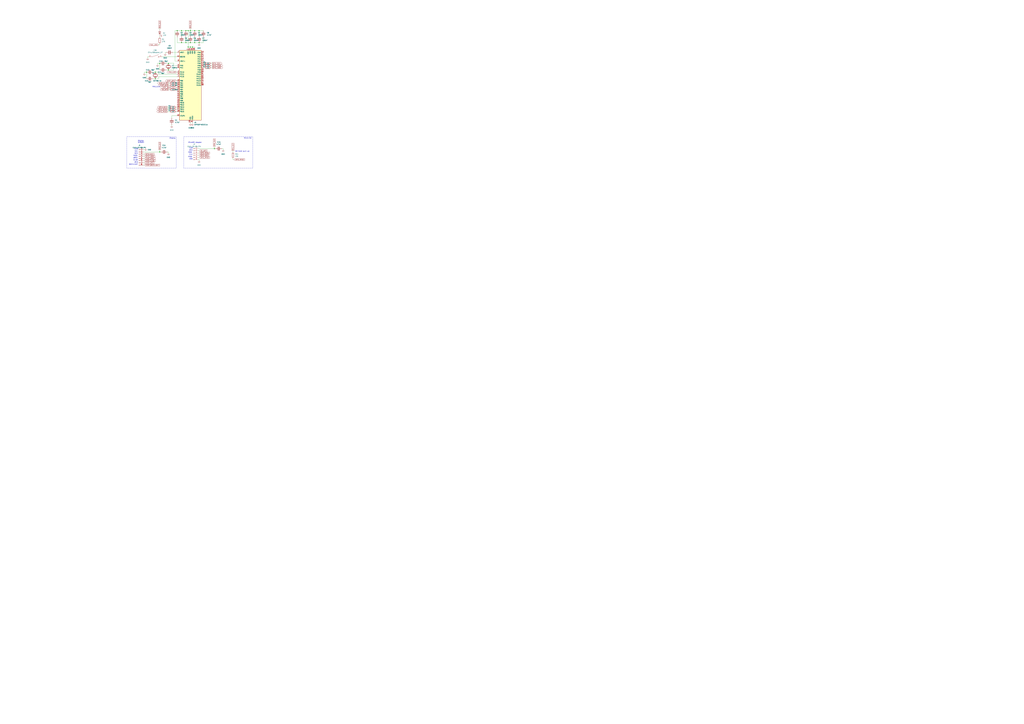
<source format=kicad_sch>
(kicad_sch (version 20230121) (generator eeschema)
  (paper "A0")
  (title_block (title "FerFox Prototype") (rev "1") (comment 1 "By White Fossa") (comment 2 "AGPLv3+"))
  (lib_symbols
    (symbol "Connector:Conn_01x06_Pin" (pin_names (offset 1.016) hide)
      (property "Reference" "J" (at 0 7.62 0))
      (property "Value" "Conn_01x06_Pin" (at 0 -10.16 0))
      (symbol "Conn_01x06_Pin_1_1"
        (polyline (pts (xy 1.27 -7.62) (xy 0.8636 -7.62)) (stroke (width 0.1524)))
        (polyline (pts (xy 1.27 -5.08) (xy 0.8636 -5.08)) (stroke (width 0.1524)))
        (polyline (pts (xy 1.27 -2.54) (xy 0.8636 -2.54)) (stroke (width 0.1524)))
        (polyline (pts (xy 1.27 0) (xy 0.8636 0)) (stroke (width 0.1524)))
        (polyline (pts (xy 1.27 2.54) (xy 0.8636 2.54)) (stroke (width 0.1524)))
        (polyline (pts (xy 1.27 5.08) (xy 0.8636 5.08)) (stroke (width 0.1524)))
        (rectangle (start 0.8636 -7.493) (end 0 -7.747) (stroke (width 0.1524)) (fill (type outline)))
        (rectangle (start 0.8636 -4.953) (end 0 -5.207) (stroke (width 0.1524)) (fill (type outline)))
        (rectangle (start 0.8636 -2.413) (end 0 -2.667) (stroke (width 0.1524)) (fill (type outline)))
        (rectangle (start 0.8636 0.127) (end 0 -0.127) (stroke (width 0.1524)) (fill (type outline)))
        (rectangle (start 0.8636 2.667) (end 0 2.413) (stroke (width 0.1524)) (fill (type outline)))
        (rectangle (start 0.8636 5.207) (end 0 4.953) (stroke (width 0.1524)) (fill (type outline)))
        (pin passive line (at 5.08 5.08 180) (length 3.81) (name "Pin_1") (number "1"))
        (pin passive line (at 5.08 2.54 180) (length 3.81) (name "Pin_2") (number "2"))
        (pin passive line (at 5.08 0 180) (length 3.81) (name "Pin_3") (number "3"))
        (pin passive line (at 5.08 -2.54 180) (length 3.81) (name "Pin_4") (number "4"))
        (pin passive line (at 5.08 -5.08 180) (length 3.81) (name "Pin_5") (number "5"))
        (pin passive line (at 5.08 -7.62 180) (length 3.81) (name "Pin_6") (number "6"))
      )
    )
    (symbol "Connector:Conn_01x08_Pin" (pin_names (offset 1.016) hide)
      (property "Reference" "J" (at 0 10.16 0))
      (property "Value" "Conn_01x08_Pin" (at 0 -12.7 0))
      (symbol "Conn_01x08_Pin_1_1"
        (polyline (pts (xy 1.27 -10.16) (xy 0.8636 -10.16)) (stroke (width 0.1524)))
        (polyline (pts (xy 1.27 -7.62) (xy 0.8636 -7.62)) (stroke (width 0.1524)))
        (polyline (pts (xy 1.27 -5.08) (xy 0.8636 -5.08)) (stroke (width 0.1524)))
        (polyline (pts (xy 1.27 -2.54) (xy 0.8636 -2.54)) (stroke (width 0.1524)))
        (polyline (pts (xy 1.27 0) (xy 0.8636 0)) (stroke (width 0.1524)))
        (polyline (pts (xy 1.27 2.54) (xy 0.8636 2.54)) (stroke (width 0.1524)))
        (polyline (pts (xy 1.27 5.08) (xy 0.8636 5.08)) (stroke (width 0.1524)))
        (polyline (pts (xy 1.27 7.62) (xy 0.8636 7.62)) (stroke (width 0.1524)))
        (rectangle (start 0.8636 -10.033) (end 0 -10.287) (stroke (width 0.1524)) (fill (type outline)))
        (rectangle (start 0.8636 -7.493) (end 0 -7.747) (stroke (width 0.1524)) (fill (type outline)))
        (rectangle (start 0.8636 -4.953) (end 0 -5.207) (stroke (width 0.1524)) (fill (type outline)))
        (rectangle (start 0.8636 -2.413) (end 0 -2.667) (stroke (width 0.1524)) (fill (type outline)))
        (rectangle (start 0.8636 0.127) (end 0 -0.127) (stroke (width 0.1524)) (fill (type outline)))
        (rectangle (start 0.8636 2.667) (end 0 2.413) (stroke (width 0.1524)) (fill (type outline)))
        (rectangle (start 0.8636 5.207) (end 0 4.953) (stroke (width 0.1524)) (fill (type outline)))
        (rectangle (start 0.8636 7.747) (end 0 7.493) (stroke (width 0.1524)) (fill (type outline)))
        (pin passive line (at 5.08 7.62 180) (length 3.81) (name "Pin_1") (number "1"))
        (pin passive line (at 5.08 5.08 180) (length 3.81) (name "Pin_2") (number "2"))
        (pin passive line (at 5.08 2.54 180) (length 3.81) (name "Pin_3") (number "3"))
        (pin passive line (at 5.08 0 180) (length 3.81) (name "Pin_4") (number "4"))
        (pin passive line (at 5.08 -2.54 180) (length 3.81) (name "Pin_5") (number "5"))
        (pin passive line (at 5.08 -5.08 180) (length 3.81) (name "Pin_6") (number "6"))
        (pin passive line (at 5.08 -7.62 180) (length 3.81) (name "Pin_7") (number "7"))
        (pin passive line (at 5.08 -10.16 180) (length 3.81) (name "Pin_8") (number "8"))
      )
    )
    (symbol "Device:C" (pin_numbers hide) (pin_names (offset 0.254))
      (property "Reference" "C" (at 0.635 2.54 0))
      (property "Value" "C" (at 0.635 -2.54 0))
      (symbol "C_0_1"
        (polyline (pts (xy -2.032 -0.762) (xy 2.032 -0.762)) (stroke (width 0.508)))
        (polyline (pts (xy -2.032 0.762) (xy 2.032 0.762)) (stroke (width 0.508)))
      )
      (symbol "C_1_1"
        (pin passive line (at 0 3.81 270) (length 2.794) (name "~") (number "1"))
        (pin passive line (at 0 -3.81 90) (length 2.794) (name "~") (number "2"))
      )
    )
    (symbol "Device:CircuitBreaker_1P"
      (property "Reference" "CB" (at 1.905 0 0))
      (property "Value" "CircuitBreaker_1P" (at 1.905 1.905 0))
      (symbol "CircuitBreaker_1P_0_1"
        (polyline (pts (xy 0 -5.08) (xy 0 -3.81)))
        (polyline (pts (xy 0 -3.81) (xy -2.54 3.81)))
      )
      (symbol "CircuitBreaker_1P_1_1"
        (polyline (pts (xy -0.635 4.445) (xy 0.635 3.175)))
        (polyline (pts (xy 0 5.08) (xy 0 3.81)))
        (polyline (pts (xy 0.635 4.445) (xy -0.635 3.175)))
        (pin passive line (at 0 7.62 270) (length 2.54) (name "~") (number "1"))
        (pin passive line (at 0 -7.62 90) (length 2.54) (name "~") (number "2"))
      )
    )
    (symbol "Device:Crystal" (pin_numbers hide) (pin_names (offset 1.016) hide)
      (property "Reference" "Y" (at 0 3.81 0))
      (property "Value" "Crystal" (at 0 -3.81 0))
      (symbol "Crystal_0_1"
        (rectangle (start -1.143 2.54) (end 1.143 -2.54) (stroke (width 0.3048)))
        (polyline (pts (xy -2.54 0) (xy -1.905 0)))
        (polyline (pts (xy -1.905 -1.27) (xy -1.905 1.27)) (stroke (width 0.508)))
        (polyline (pts (xy 1.905 -1.27) (xy 1.905 1.27)) (stroke (width 0.508)))
        (polyline (pts (xy 2.54 0) (xy 1.905 0)))
      )
      (symbol "Crystal_1_1"
        (pin passive line (at -3.81 0 0) (length 1.27) (name "1") (number "1"))
        (pin passive line (at 3.81 0 180) (length 1.27) (name "2") (number "2"))
      )
    )
    (symbol "Device:LED" (pin_numbers hide) (pin_names (offset 1.016) hide)
      (property "Reference" "D" (at 0 2.54 0))
      (property "Value" "LED" (at 0 -2.54 0))
      (symbol "LED_0_1"
        (polyline (pts (xy -1.27 -1.27) (xy -1.27 1.27)) (stroke (width 0.254)))
        (polyline (pts (xy -1.27 0) (xy 1.27 0)))
        (polyline (pts (xy 1.27 -1.27) (xy 1.27 1.27) (xy -1.27 0) (xy 1.27 -1.27)) (stroke (width 0.254)))
        (polyline (pts (xy -3.048 -0.762) (xy -4.572 -2.286) (xy -3.81 -2.286) (xy -4.572 -2.286) (xy -4.572 -1.524)))
        (polyline (pts (xy -1.778 -0.762) (xy -3.302 -2.286) (xy -2.54 -2.286) (xy -3.302 -2.286) (xy -3.302 -1.524)))
      )
      (symbol "LED_1_1"
        (pin passive line (at -3.81 0 0) (length 2.54) (name "K") (number "1"))
        (pin passive line (at 3.81 0 180) (length 2.54) (name "A") (number "2"))
      )
    )
    (symbol "Device:R" (pin_numbers hide) (pin_names (offset 0))
      (property "Reference" "R" (at 2.032 0 90))
      (property "Value" "R" (at 0 0 90))
      (symbol "R_0_1"
        (rectangle (start -1.016 -2.54) (end 1.016 2.54) (stroke (width 0.254)))
      )
      (symbol "R_1_1"
        (pin passive line (at 0 3.81 270) (length 1.27) (name "~") (number "1"))
        (pin passive line (at 0 -3.81 90) (length 1.27) (name "~") (number "2"))
      )
    )
    (symbol "MCU_ST_STM32F4:STM32F401CCUx"
      (property "Reference" "U" (at -12.7 41.91 0))
      (property "Value" "STM32F401CCUx" (at 7.62 41.91 0))
      (symbol "STM32F401CCUx_0_1"
        (rectangle (start -12.7 -40.64) (end 12.7 40.64) (stroke (width 0.254)) (fill (type background)))
      )
      (symbol "STM32F401CCUx_1_1"
        (pin power_in line (at -2.54 43.18 270) (length 2.54) (name "VBAT") (number "1"))
        (pin bidirectional line (at 15.24 38.1 180) (length 2.54) (name "PA0") (number "10"))
        (pin bidirectional line (at 15.24 35.56 180) (length 2.54) (name "PA1") (number "11"))
        (pin bidirectional line (at 15.24 33.02 180) (length 2.54) (name "PA2") (number "12"))
        (pin bidirectional line (at 15.24 30.48 180) (length 2.54) (name "PA3") (number "13"))
        (pin bidirectional line (at 15.24 27.94 180) (length 2.54) (name "PA4") (number "14"))
        (pin bidirectional line (at 15.24 25.4 180) (length 2.54) (name "PA5") (number "15"))
        (pin bidirectional line (at 15.24 22.86 180) (length 2.54) (name "PA6") (number "16"))
        (pin bidirectional line (at 15.24 20.32 180) (length 2.54) (name "PA7") (number "17"))
        (pin bidirectional line (at -15.24 5.08 0) (length 2.54) (name "PB0") (number "18"))
        (pin bidirectional line (at -15.24 2.54 0) (length 2.54) (name "PB1") (number "19"))
        (pin bidirectional line (at -15.24 15.24 0) (length 2.54) (name "PC13") (number "2"))
        (pin bidirectional line (at -15.24 0 0) (length 2.54) (name "PB2") (number "20"))
        (pin bidirectional line (at -15.24 -20.32 0) (length 2.54) (name "PB10") (number "21"))
        (pin power_out line (at -15.24 -35.56 0) (length 2.54) (name "VCAP1") (number "22"))
        (pin power_in line (at 0 -43.18 90) (length 2.54) (name "VSS") (number "23"))
        (pin power_in line (at 0 43.18 270) (length 2.54) (name "VDD") (number "24"))
        (pin bidirectional line (at -15.24 -22.86 0) (length 2.54) (name "PB12") (number "25"))
        (pin bidirectional line (at -15.24 -25.4 0) (length 2.54) (name "PB13") (number "26"))
        (pin bidirectional line (at -15.24 -27.94 0) (length 2.54) (name "PB14") (number "27"))
        (pin bidirectional line (at -15.24 -30.48 0) (length 2.54) (name "PB15") (number "28"))
        (pin bidirectional line (at 15.24 17.78 180) (length 2.54) (name "PA8") (number "29"))
        (pin bidirectional line (at -15.24 12.7 0) (length 2.54) (name "PC14") (number "3"))
        (pin bidirectional line (at 15.24 15.24 180) (length 2.54) (name "PA9") (number "30"))
        (pin bidirectional line (at 15.24 12.7 180) (length 2.54) (name "PA10") (number "31"))
        (pin bidirectional line (at 15.24 10.16 180) (length 2.54) (name "PA11") (number "32"))
        (pin bidirectional line (at 15.24 7.62 180) (length 2.54) (name "PA12") (number "33"))
        (pin bidirectional line (at 15.24 5.08 180) (length 2.54) (name "PA13") (number "34"))
        (pin passive line (at 0 -43.18 90) (length 2.54) hide (name "VSS") (number "35"))
        (pin power_in line (at 2.54 43.18 270) (length 2.54) (name "VDD") (number "36"))
        (pin bidirectional line (at 15.24 2.54 180) (length 2.54) (name "PA14") (number "37"))
        (pin bidirectional line (at 15.24 0 180) (length 2.54) (name "PA15") (number "38"))
        (pin bidirectional line (at -15.24 -2.54 0) (length 2.54) (name "PB3") (number "39"))
        (pin bidirectional line (at -15.24 10.16 0) (length 2.54) (name "PC15") (number "4"))
        (pin bidirectional line (at -15.24 -5.08 0) (length 2.54) (name "PB4") (number "40"))
        (pin bidirectional line (at -15.24 -7.62 0) (length 2.54) (name "PB5") (number "41"))
        (pin bidirectional line (at -15.24 -10.16 0) (length 2.54) (name "PB6") (number "42"))
        (pin bidirectional line (at -15.24 -12.7 0) (length 2.54) (name "PB7") (number "43"))
        (pin input line (at -15.24 33.02 0) (length 2.54) (name "BOOT0") (number "44"))
        (pin bidirectional line (at -15.24 -15.24 0) (length 2.54) (name "PB8") (number "45"))
        (pin bidirectional line (at -15.24 -17.78 0) (length 2.54) (name "PB9") (number "46"))
        (pin passive line (at 0 -43.18 90) (length 2.54) hide (name "VSS") (number "47"))
        (pin power_in line (at 5.08 43.18 270) (length 2.54) (name "VDD") (number "48"))
        (pin passive line (at 0 -43.18 90) (length 2.54) hide (name "VSS") (number "49"))
        (pin bidirectional line (at -15.24 22.86 0) (length 2.54) (name "PH0") (number "5"))
        (pin bidirectional line (at -15.24 20.32 0) (length 2.54) (name "PH1") (number "6"))
        (pin input line (at -15.24 38.1 0) (length 2.54) (name "NRST") (number "7"))
        (pin power_in line (at 2.54 -43.18 90) (length 2.54) (name "VSSA") (number "8"))
        (pin input line (at -15.24 27.94 0) (length 2.54) (name "VREF+") (number "9"))
      )
    )
    (symbol "power:GND" (power) (pin_names (offset 0))
      (property "Value" "GND" (at 0 -3.81 0))
      (symbol "GND_0_1"
        (polyline (pts (xy 0 0) (xy 0 -1.27) (xy 1.27 -1.27) (xy 0 -2.54) (xy -1.27 -1.27) (xy 0 -1.27)))
      )
      (symbol "GND_1_1"
        (pin power_in line (at 0 0 270) (length 0) hide (name "GND") (number "1"))
      )
    )
  )
  (junction (at 223.52 54.61))
  (junction (at 220.98 49.53))
  (junction (at 180.34 91.44))
  (junction (at 226.06 49.53))
  (junction (at 231.14 49.53))
  (junction (at 195.58 73.66))
  (junction (at 215.9 49.53))
  (junction (at 170.18 83.82))
  (junction (at 226.06 35.56))
  (junction (at 185.42 73.66))
  (junction (at 220.98 35.56))
  (junction (at 195.58 81.28))
  (junction (at 185.42 176.53))
  (junction (at 218.44 35.56))
  (junction (at 180.34 83.82))
  (junction (at 231.14 35.56))
  (junction (at 220.98 54.61))
  (junction (at 215.9 35.56))
  (junction (at 210.82 35.56))
  (junction (at 248.92 172.72))
  (junction (at 218.44 54.61))
  (junction (at 205.74 35.56))
  (junction (at 210.82 49.53))
  (wire (pts (xy 177.8 91.44) (xy 180.34 91.44)))
  (wire (pts (xy 204.47 127) (xy 205.74 127)))
  (wire (pts (xy 229.87 172.72) (xy 248.92 172.72)))
  (wire (pts (xy 191.77 62.23) (xy 191.77 60.96)))
  (wire (pts (xy 231.14 35.56) (xy 231.14 41.91)))
  (wire (pts (xy 248.92 172.72) (xy 250.19 172.72)))
  (wire (pts (xy 177.8 83.82) (xy 180.34 83.82)))
  (wire (pts (xy 215.9 43.18) (xy 215.9 49.53)))
  (wire (pts (xy 220.98 142.24) (xy 220.98 143.51)))
  (wire (pts (xy 203.2 35.56) (xy 203.2 71.12)))
  (wire (pts (xy 184.15 83.82) (xy 180.34 83.82)))
  (wire (pts (xy 229.87 180.34) (xy 231.14 180.34)))
  (wire (pts (xy 218.44 35.56) (xy 218.44 54.61)))
  (wire (pts (xy 184.15 52.07) (xy 185.42 52.07)))
  (wire (pts (xy 259.08 173.99) (xy 259.08 172.72)))
  (wire (pts (xy 187.96 66.04) (xy 205.74 66.04)))
  (wire (pts (xy 199.39 144.78) (xy 199.39 146.05)))
  (wire (pts (xy 166.37 184.15) (xy 167.64 184.15)))
  (wire (pts (xy 185.42 41.91) (xy 185.42 43.18)))
  (wire (pts (xy 210.82 49.53) (xy 215.9 49.53)))
  (wire (pts (xy 195.58 176.53) (xy 195.58 177.8)))
  (wire (pts (xy 218.44 35.56) (xy 220.98 35.56)))
  (wire (pts (xy 185.42 52.07) (xy 185.42 50.8)))
  (wire (pts (xy 167.64 83.82) (xy 170.18 83.82)))
  (wire (pts (xy 199.39 134.62) (xy 205.74 134.62)))
  (wire (pts (xy 195.58 96.52) (xy 196.85 96.52)))
  (wire (pts (xy 210.82 35.56) (xy 215.9 35.56)))
  (wire (pts (xy 205.74 35.56) (xy 210.82 35.56)))
  (wire (pts (xy 185.42 176.53) (xy 185.42 173.99)))
  (wire (pts (xy 205.74 76.2) (xy 201.93 76.2)))
  (wire (pts (xy 182.88 74.93) (xy 182.88 73.66)))
  (wire (pts (xy 220.98 49.53) (xy 226.06 49.53)))
  (wire (pts (xy 231.14 49.53) (xy 231.14 50.8)))
  (wire (pts (xy 205.74 71.12) (xy 203.2 71.12)))
  (wire (pts (xy 223.52 142.24) (xy 223.52 143.51)))
  (wire (pts (xy 226.06 35.56) (xy 231.14 35.56)))
  (wire (pts (xy 205.74 86.36) (xy 184.15 86.36)))
  (wire (pts (xy 193.04 81.28) (xy 195.58 81.28)))
  (wire (pts (xy 171.45 67.31) (xy 171.45 66.04)))
  (wire (pts (xy 229.87 182.88) (xy 231.14 182.88)))
  (wire (pts (xy 236.22 49.53) (xy 236.22 43.18)))
  (wire (pts (xy 245.11 73.66) (xy 246.38 73.66)))
  (wire (pts (xy 204.47 96.52) (xy 205.74 96.52)))
  (wire (pts (xy 220.98 35.56) (xy 220.98 41.91)))
  (wire (pts (xy 171.45 66.04) (xy 172.72 66.04)))
  (wire (pts (xy 170.18 83.82) (xy 170.18 91.44)))
  (wire (pts (xy 226.06 49.53) (xy 231.14 49.53)))
  (wire (pts (xy 166.37 181.61) (xy 167.64 181.61)))
  (wire (pts (xy 194.31 127) (xy 196.85 127)))
  (wire (pts (xy 204.47 83.82) (xy 205.74 83.82)))
  (wire (pts (xy 215.9 49.53) (xy 220.98 49.53)))
  (wire (pts (xy 226.06 54.61) (xy 226.06 55.88)))
  (wire (pts (xy 200.66 60.96) (xy 205.74 60.96)))
  (wire (pts (xy 229.87 175.26) (xy 231.14 175.26)))
  (wire (pts (xy 245.11 76.2) (xy 246.38 76.2)))
  (wire (pts (xy 185.42 33.02) (xy 185.42 34.29)))
  (wire (pts (xy 184.15 88.9) (xy 184.15 91.44)))
  (wire (pts (xy 220.98 35.56) (xy 226.06 35.56)))
  (wire (pts (xy 223.52 54.61) (xy 223.52 55.88)))
  (wire (pts (xy 236.22 76.2) (xy 237.49 76.2)))
  (wire (pts (xy 204.47 124.46) (xy 205.74 124.46)))
  (wire (pts (xy 205.74 88.9) (xy 184.15 88.9)))
  (wire (pts (xy 166.37 176.53) (xy 185.42 176.53)))
  (wire (pts (xy 166.37 189.23) (xy 167.64 189.23)))
  (wire (pts (xy 194.31 129.54) (xy 196.85 129.54)))
  (wire (pts (xy 220.98 33.02) (xy 220.98 35.56)))
  (wire (pts (xy 193.04 73.66) (xy 195.58 73.66)))
  (wire (pts (xy 231.14 35.56) (xy 236.22 35.56)))
  (wire (pts (xy 245.11 78.74) (xy 246.38 78.74)))
  (wire (pts (xy 203.2 35.56) (xy 205.74 35.56)))
  (wire (pts (xy 218.44 54.61) (xy 218.44 55.88)))
  (wire (pts (xy 195.58 99.06) (xy 196.85 99.06)))
  (wire (pts (xy 201.93 73.66) (xy 195.58 73.66)))
  (wire (pts (xy 204.47 104.14) (xy 205.74 104.14)))
  (wire (pts (xy 218.44 54.61) (xy 220.98 54.61)))
  (wire (pts (xy 259.08 172.72) (xy 257.81 172.72)))
  (wire (pts (xy 231.14 49.53) (xy 236.22 49.53)))
  (wire (pts (xy 166.37 186.69) (xy 167.64 186.69)))
  (wire (pts (xy 205.74 49.53) (xy 210.82 49.53)))
  (wire (pts (xy 166.37 191.77) (xy 167.64 191.77)))
  (wire (pts (xy 205.74 43.18) (xy 205.74 49.53)))
  (wire (pts (xy 220.98 54.61) (xy 220.98 55.88)))
  (wire (pts (xy 204.47 93.98) (xy 205.74 93.98)))
  (wire (pts (xy 201.93 81.28) (xy 195.58 81.28)))
  (wire (pts (xy 167.64 85.09) (xy 167.64 83.82)))
  (wire (pts (xy 270.51 185.42) (xy 271.78 185.42)))
  (wire (pts (xy 231.14 186.69) (xy 231.14 185.42)))
  (wire (pts (xy 201.93 78.74) (xy 201.93 81.28)))
  (wire (pts (xy 184.15 91.44) (xy 180.34 91.44)))
  (wire (pts (xy 223.52 54.61) (xy 226.06 54.61)))
  (wire (pts (xy 191.77 60.96) (xy 193.04 60.96)))
  (wire (pts (xy 166.37 179.07) (xy 167.64 179.07)))
  (wire (pts (xy 270.51 175.26) (xy 270.51 176.53)))
  (wire (pts (xy 236.22 78.74) (xy 237.49 78.74)))
  (wire (pts (xy 236.22 73.66) (xy 237.49 73.66)))
  (wire (pts (xy 195.58 104.14) (xy 196.85 104.14)))
  (wire (pts (xy 205.74 78.74) (xy 201.93 78.74)))
  (wire (pts (xy 199.39 137.16) (xy 199.39 134.62)))
  (wire (pts (xy 231.14 185.42) (xy 229.87 185.42)))
  (wire (pts (xy 201.93 76.2) (xy 201.93 73.66)))
  (wire (pts (xy 184.15 86.36) (xy 184.15 83.82)))
  (wire (pts (xy 182.88 73.66) (xy 185.42 73.66)))
  (wire (pts (xy 166.37 173.99) (xy 167.64 173.99)))
  (wire (pts (xy 185.42 73.66) (xy 185.42 81.28)))
  (wire (pts (xy 195.58 176.53) (xy 194.31 176.53)))
  (wire (pts (xy 215.9 35.56) (xy 218.44 35.56)))
  (wire (pts (xy 204.47 99.06) (xy 205.74 99.06)))
  (wire (pts (xy 210.82 35.56) (xy 210.82 41.91)))
  (wire (pts (xy 185.42 176.53) (xy 186.69 176.53)))
  (wire (pts (xy 204.47 101.6) (xy 205.74 101.6)))
  (wire (pts (xy 220.98 54.61) (xy 223.52 54.61)))
  (wire (pts (xy 248.92 172.72) (xy 248.92 170.18)))
  (wire (pts (xy 226.06 43.18) (xy 226.06 49.53)))
  (wire (pts (xy 229.87 177.8) (xy 231.14 177.8)))
  (wire (pts (xy 204.47 129.54) (xy 205.74 129.54)))
  (wire (pts (xy 270.51 184.15) (xy 270.51 185.42)))
  (wire (pts (xy 194.31 124.46) (xy 196.85 124.46)))
  (rectangle (start 147.32 158.75) (end 204.47 195.58) (stroke (width 0) (type dash)))
  (rectangle (start 213.36 158.75) (end 293.37 195.58) (stroke (width 0) (type dash)))
  (text "SCK" (at 156.21 179.07 0) (effects (font (size 1.27 1.27)) (justify left bottom)))
  (text "#CS" (at 156.21 189.23 0) (effects (font (size 1.27 1.27)) (justify left bottom)))
  (text "TIM2_CH2" (at 176.53 101.6 0) (effects (font (size 1.27 1.27)) (justify left bottom)))
  (text "#CS" (at 219.71 175.26 0) (effects (font (size 1.27 1.27)) (justify left bottom)))
  (text "CLK" (at 219.71 180.34 0) (effects (font (size 1.27 1.27)) (justify left bottom)))
  (text "Micro SD" (at 283.21 161.29 0) (effects (font (size 1.27 1.27)) (justify left bottom)))
  (text "3.3V" (at 219.71 172.72 0) (effects (font (size 1.27 1.27)) (justify left bottom)))
  (text "MOSI" (at 218.44 177.8 0) (effects (font (size 1.27 1.27)) (justify left bottom)))
  (text "MicroSD Adapter" (at 218.44 166.37 0) (effects (font (size 1.27 1.27)) (justify left bottom)))
  (text "MISO" (at 218.44 182.88 0) (effects (font (size 1.27 1.27)) (justify left bottom)))
  (text "Display" (at 196.85 161.29 0) (effects (font (size 1.27 1.27)) (justify left bottom)))
  (text "BACKLIGHT" (at 149.86 191.77 0) (effects (font (size 1.27 1.27)) (justify left bottom)))
  (text "GND" (at 156.21 173.99 0) (effects (font (size 1.27 1.27)) (justify left bottom)))
  (text "Display\nGC9A01" (at 160.02 166.37 0) (effects (font (size 1.27 1.27)) (justify left bottom)))
  (text "D/#C" (at 154.94 186.69 0) (effects (font (size 1.27 1.27)) (justify left bottom)))
  (text "VCC" (at 156.21 176.53 0) (effects (font (size 1.27 1.27)) (justify left bottom)))
  (text "SD Card pull-up" (at 273.05 176.53 0) (effects (font (size 1.27 1.27)) (justify left bottom)))
  (text "#RST" (at 154.94 184.15 0) (effects (font (size 1.27 1.27)) (justify left bottom)))
  (text "GND" (at 219.71 185.42 0) (effects (font (size 1.27 1.27)) (justify left bottom)))
  (text "MOSI" (at 154.94 181.61 0) (effects (font (size 1.27 1.27)) (justify left bottom)))
  (global_label "FAIL_LED" (shape output) (at 204.47 83.82 180) (property "Intersheetrefs" "${INTERSHEET_REFS}" (effects hide)))
  (global_label "DISP_#CS" (shape output) (at 195.58 99.06 180) (property "Intersheetrefs" "${INTERSHEET_REFS}" (effects hide)))
  (global_label "REG_3.3" (shape passive) (at 185.42 33.02 90) (property "Intersheetrefs" "${INTERSHEET_REFS}" (effects hide)))
  (global_label "SPI2_MOSI" (shape input) (at 167.64 181.61 0) (property "Intersheetrefs" "${INTERSHEET_REFS}" (effects hide)))
  (global_label "SPI2_MISO" (shape input) (at 231.14 182.88 0) (property "Intersheetrefs" "${INTERSHEET_REFS}" (effects hide)))
  (global_label "DISP_D{slash}#C" (shape input) (at 167.64 186.69 0) (property "Intersheetrefs" "${INTERSHEET_REFS}" (effects hide)))
  (global_label "REG_3.3" (shape passive) (at 248.92 170.18 90) (property "Intersheetrefs" "${INTERSHEET_REFS}" (effects hide)))
  (global_label "DISP_BACKLIGHT" (shape input) (at 167.64 191.77 0) (property "Intersheetrefs" "${INTERSHEET_REFS}" (effects hide)))
  (global_label "SPI2_SCK" (shape input) (at 231.14 180.34 0) (property "Intersheetrefs" "${INTERSHEET_REFS}" (effects hide)))
  (global_label "SPI2_MISO" (shape output) (at 194.31 127 180) (property "Intersheetrefs" "${INTERSHEET_REFS}" (effects hide)))
  (global_label "SPI2_MOSI" (shape output) (at 194.31 129.54 180) (property "Intersheetrefs" "${INTERSHEET_REFS}" (effects hide)))
  (global_label "REG_3.3" (shape passive) (at 185.42 173.99 90) (property "Intersheetrefs" "${INTERSHEET_REFS}" (effects hide)))
  (global_label "SD_#CS" (shape output) (at 195.58 104.14 180) (property "Intersheetrefs" "${INTERSHEET_REFS}" (effects hide)))
  (global_label "REG_3.3" (shape passive) (at 270.51 175.26 90) (property "Intersheetrefs" "${INTERSHEET_REFS}" (effects hide)))
  (global_label "FAIL_LED" (shape input) (at 184.15 52.07 180) (property "Intersheetrefs" "${INTERSHEET_REFS}" (effects hide)))
  (global_label "SD_#CS" (shape input) (at 231.14 175.26 0) (property "Intersheetrefs" "${INTERSHEET_REFS}" (effects hide)))
  (global_label "DISP_#RST" (shape input) (at 167.64 184.15 0) (property "Intersheetrefs" "${INTERSHEET_REFS}" (effects hide)))
  (global_label "DISP_D{slash}#C" (shape output) (at 195.58 96.52 180) (property "Intersheetrefs" "${INTERSHEET_REFS}" (effects hide)))
  (global_label "DISP_#CS" (shape input) (at 167.64 189.23 0) (property "Intersheetrefs" "${INTERSHEET_REFS}" (effects hide)))
  (global_label "SPI2_SCK" (shape output) (at 194.31 124.46 180) (property "Intersheetrefs" "${INTERSHEET_REFS}" (effects hide)))
  (global_label "SPI2_MOSI" (shape input) (at 231.14 177.8 0) (property "Intersheetrefs" "${INTERSHEET_REFS}" (effects hide)))
  (global_label "SPI2_SCK" (shape input) (at 167.64 179.07 0) (property "Intersheetrefs" "${INTERSHEET_REFS}" (effects hide)))
  (global_label "DISP_#RST" (shape output) (at 204.47 93.98 180) (property "Intersheetrefs" "${INTERSHEET_REFS}" (effects hide)))
  (global_label "DISP_BACKLIGHT" (shape output) (at 204.47 101.6 180) (property "Intersheetrefs" "${INTERSHEET_REFS}" (effects hide)))
  (global_label "SPI2_MISO" (shape input) (at 271.78 185.42 0) (property "Intersheetrefs" "${INTERSHEET_REFS}" (effects hide)))
  (global_label "REG_3.3" (shape passive) (at 220.98 33.02 90) (property "Intersheetrefs" "${INTERSHEET_REFS}" (effects hide)))
  (global_label "SPI1_MISO" (shape output) (at 246.38 76.2 0) (property "Intersheetrefs" "${INTERSHEET_REFS}" (effects hide)))
  (global_label "SPI1_MOSI" (shape output) (at 246.38 78.74 0) (property "Intersheetrefs" "${INTERSHEET_REFS}" (effects hide)))
  (global_label "SPI1_SCK" (shape output) (at 246.38 73.66 0) (property "Intersheetrefs" "${INTERSHEET_REFS}" (effects hide)))
  (symbol (lib_id "Device:R") (at 200.66 99.06 90) (unit 1)
    (property "Reference" "R9" (at 204.47 99.06 90))
    (property "Value" "10" (at 200.66 99.06 90))
  )
  (symbol (lib_id "Device:C") (at 220.98 45.72 0) (unit 1)
    (property "Reference" "C6" (at 224.79 44.45 0) (effects (justify left)))
    (property "Value" "100nF" (at 224.79 46.99 0) (effects (justify left)))
  )
  (symbol (lib_id "Device:CircuitBreaker_1P") (at 180.34 66.04 270) (unit 1)
    (property "Reference" "CB1" (at 180.34 58.42 90))
    (property "Value" "CircuitBreaker_1P" (at 180.34 60.96 90))
  )
  (symbol (lib_id "power:GND") (at 191.77 62.23 0) (unit 1)
    (property "Reference" "#PWR05" (effects hide))
    (property "Value" "GND" (at 191.77 67.31 0))
  )
  (symbol (lib_id "Device:C") (at 173.99 91.44 90) (unit 1)
    (property "Reference" "C13" (at 170.18 93.98 90))
    (property "Value" "8pF" (at 173.99 95.25 90))
  )
  (symbol (lib_id "power:GND") (at 259.08 173.99 0) (unit 1)
    (property "Reference" "#PWR012" (effects hide))
    (property "Value" "GND" (at 259.08 179.07 0))
  )
  (symbol (lib_id "Device:R") (at 185.42 46.99 180) (unit 1)
    (property "Reference" "R1" (at 187.96 45.72 0) (effects (justify right)))
    (property "Value" "270" (at 187.96 48.26 0) (effects (justify right)))
  )
  (symbol (lib_id "Connector:Conn_01x08_Pin") (at 161.29 181.61 0) (unit 1)
    (property "Reference" "J1" (at 161.925 168.91 0))
    (property "Value" "Conn_01x08_Pin" (at 161.925 171.45 0))
  )
  (symbol (lib_id "Device:C") (at 226.06 39.37 0) (unit 1)
    (property "Reference" "C4" (at 229.87 38.1 0) (effects (justify left)))
    (property "Value" "100nF" (at 229.87 40.64 0) (effects (justify left)))
  )
  (symbol (lib_id "Device:LED") (at 185.42 38.1 90) (unit 1)
    (property "Reference" "D1" (at 189.23 38.4175 90) (effects (justify right)))
    (property "Value" "LED" (at 189.23 40.9575 90) (effects (justify right)))
  )
  (symbol (lib_id "Device:R") (at 200.66 104.14 90) (unit 1)
    (property "Reference" "R10" (at 204.47 104.14 90))
    (property "Value" "10" (at 200.66 104.14 90))
  )
  (symbol (lib_id "Device:R") (at 200.66 129.54 90) (unit 1)
    (property "Reference" "R4" (at 196.85 128.27 90))
    (property "Value" "10" (at 200.66 129.54 90))
  )
  (symbol (lib_id "Connector:Conn_01x06_Pin") (at 224.79 177.8 0) (unit 1)
    (property "Reference" "J2" (at 225.425 167.64 0))
    (property "Value" "Conn_01x06_Pin" (at 225.425 170.18 0))
  )
  (symbol (lib_id "power:GND") (at 195.58 177.8 0) (unit 1)
    (property "Reference" "#PWR010" (effects hide))
    (property "Value" "GND" (at 195.58 182.88 0))
  )
  (symbol (lib_id "Device:C") (at 189.23 81.28 90) (unit 1)
    (property "Reference" "C11" (at 185.42 83.82 90))
    (property "Value" "8pF" (at 189.23 85.09 90))
  )
  (symbol (lib_id "Device:R") (at 241.3 78.74 90) (unit 1)
    (property "Reference" "R7" (at 237.49 77.47 90))
    (property "Value" "10" (at 241.3 78.74 90))
  )
  (symbol (lib_id "Device:C") (at 189.23 73.66 90) (unit 1)
    (property "Reference" "C10" (at 186.69 71.12 90))
    (property "Value" "8pF" (at 193.04 71.12 90))
  )
  (symbol (lib_id "MCU_ST_STM32F4:STM32F401CCUx") (at 220.98 99.06 0) (unit 1)
    (property "Reference" "U1" (at 225.4759 142.24 0) (effects (justify left)))
    (property "Value" "STM32F401CCUx" (at 225.4759 144.78 0) (effects (justify left)))
    (property "Footprint" "Package_DFN_QFN:QFN-48-1EP_7x7mm_P0.5mm_EP5.6x5.6mm" (effects hide))
    (property "Datasheet" "https://www.st.com/resource/en/datasheet/stm32f401cc.pdf" (effects hide))
  )
  (symbol (lib_id "Device:C") (at 210.82 45.72 0) (unit 1)
    (property "Reference" "C5" (at 214.63 44.45 0) (effects (justify left)))
    (property "Value" "100nF" (at 214.63 46.99 0) (effects (justify left)))
  )
  (symbol (lib_id "power:GND") (at 231.14 50.8 0) (unit 1)
    (property "Reference" "#PWR04" (effects hide))
    (property "Value" "GND" (at 231.14 55.88 0))
  )
  (symbol (lib_id "Device:C") (at 173.99 83.82 90) (unit 1)
    (property "Reference" "C12" (at 171.45 81.28 90))
    (property "Value" "8pF" (at 177.8 81.28 90))
  )
  (symbol (lib_id "Device:R") (at 241.3 73.66 90) (unit 1)
    (property "Reference" "R5" (at 237.49 72.39 90))
    (property "Value" "10" (at 241.3 73.66 90))
  )
  (symbol (lib_id "power:GND") (at 231.14 186.69 0) (unit 1)
    (property "Reference" "#PWR011" (effects hide))
    (property "Value" "GND" (at 231.14 191.77 0))
  )
  (symbol (lib_id "Device:C") (at 190.5 176.53 90) (unit 1)
    (property "Reference" "C14" (at 190.5 168.91 90))
    (property "Value" "4.7uF" (at 190.5 171.45 90))
  )
  (symbol (lib_id "Device:C") (at 254 172.72 90) (unit 1)
    (property "Reference" "C15" (at 254 165.1 90))
    (property "Value" "4.7uF" (at 254 167.64 90))
  )
  (symbol (lib_id "Device:R") (at 200.66 124.46 90) (unit 1)
    (property "Reference" "R2" (at 196.85 123.19 90))
    (property "Value" "10" (at 200.66 124.46 90))
  )
  (symbol (lib_id "Device:C") (at 215.9 39.37 0) (unit 1)
    (property "Reference" "C3" (at 219.71 38.1 0) (effects (justify left)))
    (property "Value" "100nF" (at 219.71 40.64 0) (effects (justify left)))
  )
  (symbol (lib_id "power:GND") (at 171.45 67.31 0) (unit 1)
    (property "Reference" "#PWR06" (effects hide))
    (property "Value" "GND" (at 171.45 72.39 0))
  )
  (symbol (lib_id "power:GND") (at 182.88 74.93 0) (unit 1)
    (property "Reference" "#PWR07" (effects hide))
    (property "Value" "GND" (at 182.88 80.01 0))
  )
  (symbol (lib_id "power:GND") (at 167.64 173.99 90) (unit 1)
    (property "Reference" "#PWR09" (effects hide))
    (property "Value" "GND" (at 171.45 173.99 90) (effects (justify right)))
  )
  (symbol (lib_id "power:GND") (at 199.39 146.05 0) (unit 1)
    (property "Reference" "#PWR01" (effects hide))
    (property "Value" "GND" (at 199.39 151.13 0))
  )
  (symbol (lib_id "Device:R") (at 200.66 127 90) (unit 1)
    (property "Reference" "R3" (at 196.85 125.73 90))
    (property "Value" "10" (at 200.66 127 90))
  )
  (symbol (lib_id "power:GND") (at 223.52 143.51 0) (unit 1)
    (property "Reference" "#PWR03" (effects hide))
    (property "Value" "GND" (at 223.52 148.59 0))
  )
  (symbol (lib_id "Device:R") (at 270.51 180.34 0) (unit 1)
    (property "Reference" "R11" (at 273.05 179.07 0) (effects (justify left)))
    (property "Value" "10k" (at 273.05 181.61 0) (effects (justify left)))
  )
  (symbol (lib_id "Device:R") (at 241.3 76.2 90) (unit 1)
    (property "Reference" "R6" (at 237.49 74.93 90))
    (property "Value" "10" (at 241.3 76.2 90))
  )
  (symbol (lib_id "power:GND") (at 167.64 85.09 0) (unit 1)
    (property "Reference" "#PWR08" (effects hide))
    (property "Value" "GND" (at 167.64 90.17 0))
  )
  (symbol (lib_id "Device:C") (at 205.74 39.37 0) (unit 1)
    (property "Reference" "C2" (at 209.55 38.1 0) (effects (justify left)))
    (property "Value" "100nF" (at 209.55 40.64 0) (effects (justify left)))
  )
  (symbol (lib_id "Device:R") (at 200.66 96.52 90) (unit 1)
    (property "Reference" "R8" (at 204.47 96.52 90))
    (property "Value" "10" (at 200.66 96.52 90))
  )
  (symbol (lib_id "Device:C") (at 236.22 39.37 0) (unit 1)
    (property "Reference" "C8" (at 240.03 38.1 0) (effects (justify left)))
    (property "Value" "4.7uF" (at 240.03 40.64 0) (effects (justify left)))
  )
  (symbol (lib_id "Device:Crystal") (at 195.58 77.47 90) (unit 1)
    (property "Reference" "Y1" (at 199.39 76.2 90) (effects (justify right)))
    (property "Value" "25MHz" (at 199.39 78.74 90) (effects (justify right)))
  )
  (symbol (lib_id "Device:C") (at 231.14 45.72 0) (unit 1)
    (property "Reference" "C7" (at 234.95 44.45 0) (effects (justify left)))
    (property "Value" "100nF" (at 234.95 46.99 0) (effects (justify left)))
  )
  (symbol (lib_id "power:GND") (at 220.98 143.51 0) (unit 1)
    (property "Reference" "#PWR02" (effects hide))
    (property "Value" "GND" (at 220.98 148.59 0))
  )
  (symbol (lib_id "Device:C") (at 199.39 140.97 0) (unit 1)
    (property "Reference" "C1" (at 203.2 139.7 0) (effects (justify left)))
    (property "Value" "4.7uF" (at 203.2 142.24 0) (effects (justify left)))
  )
  (symbol (lib_id "Device:C") (at 196.85 60.96 90) (unit 1)
    (property "Reference" "C9" (at 196.85 53.34 90))
    (property "Value" "100nF" (at 196.85 55.88 90))
  )
  (symbol (lib_id "Device:Crystal") (at 180.34 87.63 90) (unit 1)
    (property "Reference" "Y2" (at 176.53 85.09 90) (effects (justify right)))
    (property "Value" "32768 Hz" (at 177.8 93.98 90) (effects (justify right)))
  )
)
</source>
